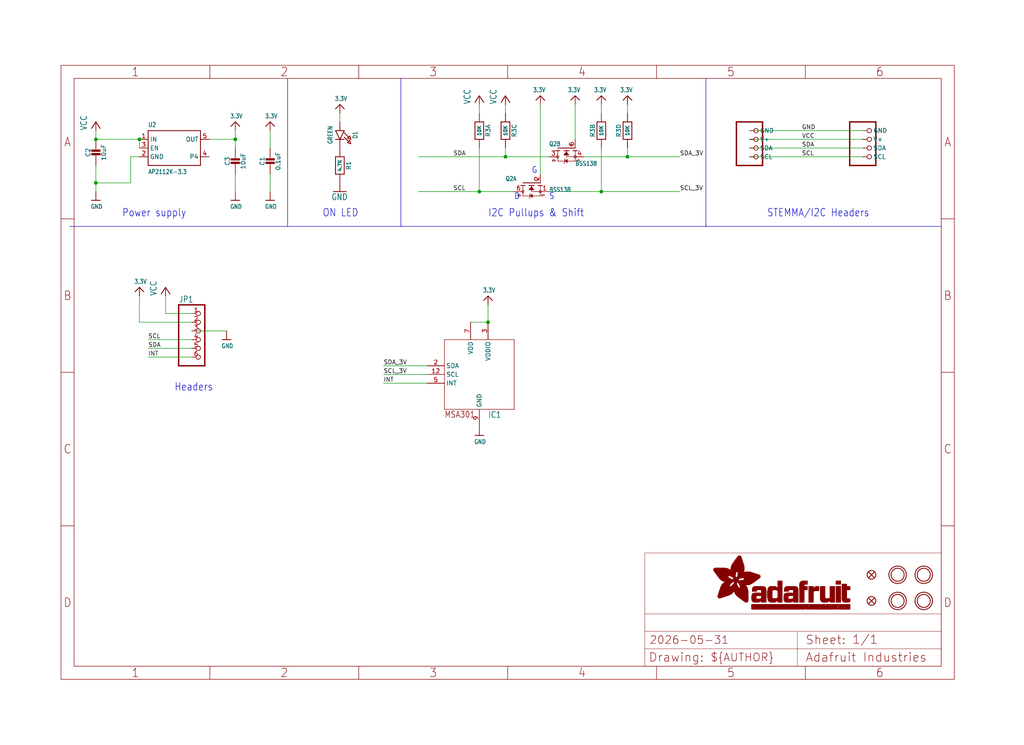
<source format=kicad_sch>
(kicad_sch (version 20230121) (generator eeschema)
  (paper "User" 298.45 217.322)
  (lib_symbols
    (symbol "working-eagle-import:3.3V" (power)
      (property "Value" "3.3V" (at -1.524 1.016 0))
      (symbol "3.3V_1_0"
        (pin power_in line (at 0 -2.54 90) (length 2.54) (name "3.3V") (number "1"))
      )
    )
    (symbol "working-eagle-import:CAP_CERAMIC0603_NO"
      (property "Reference" "C" (at -2.29 1.25 90))
      (symbol "CAP_CERAMIC0603_NO_1_0"
        (pin passive line (at 0 5.08 270) (length 2.54) (name "1") (number "1"))
        (pin passive line (at 0 -2.54 90) (length 2.54) (name "2") (number "2"))
      )
    )
    (symbol "working-eagle-import:CAP_CERAMIC0805-NOOUTLINE"
      (property "Reference" "C" (at -2.29 1.25 90))
      (symbol "CAP_CERAMIC0805-NOOUTLINE_1_0"
        (pin passive line (at 0 5.08 270) (length 2.54) (name "1") (number "1"))
        (pin passive line (at 0 -2.54 90) (length 2.54) (name "2") (number "2"))
      )
    )
    (symbol "working-eagle-import:FIDUCIAL_1MM")
    (symbol "working-eagle-import:FRAME_A4_ADAFRUIT"
      (symbol "FRAME_A4_ADAFRUIT_1_0"
        (text "${#}/${##}" (at 230.505 10.16 0) (effects (font (size 2.54 2.54)) (justify left bottom)))
        (text "${AUTHOR}" (at 189.23 5.08 0) (effects (font (size 2.286 2.286)) (justify left bottom)))
        (text "${CURRENT_DATE}" (at 171.45 10.16 0) (effects (font (size 2.286 2.286)) (justify left bottom)))
        (text "${PROJECTNAME}" (at 171.45 15.24 0) (effects (font (size 2.54 2.54)) (justify left bottom)))
        (text "1" (at 21.6958 1.905 0) (effects (font (size 2.54 2.286))))
        (text "1" (at 21.6958 177.165 0) (effects (font (size 2.54 2.286))))
        (text "2" (at 65.0875 1.905 0) (effects (font (size 2.54 2.286))))
        (text "2" (at 65.0875 177.165 0) (effects (font (size 2.54 2.286))))
        (text "3" (at 108.4792 1.905 0) (effects (font (size 2.54 2.286))))
        (text "3" (at 108.4792 177.165 0) (effects (font (size 2.54 2.286))))
        (text "4" (at 151.8708 1.905 0) (effects (font (size 2.54 2.286))))
        (text "4" (at 151.8708 177.165 0) (effects (font (size 2.54 2.286))))
        (text "5" (at 195.2625 1.905 0) (effects (font (size 2.54 2.286))))
        (text "5" (at 195.2625 177.165 0) (effects (font (size 2.54 2.286))))
        (text "6" (at 238.6542 1.905 0) (effects (font (size 2.54 2.286))))
        (text "6" (at 238.6542 177.165 0) (effects (font (size 2.54 2.286))))
        (text "A" (at 1.905 156.6863 0) (effects (font (size 2.54 2.286))))
        (text "A" (at 258.445 156.6863 0) (effects (font (size 2.54 2.286))))
        (text "Adafruit Industries" (at 216.916 4.953 0) (effects (font (size 2.54 2.54)) (justify left bottom)))
        (text "B" (at 1.905 111.9188 0) (effects (font (size 2.54 2.286))))
        (text "B" (at 258.445 111.9188 0) (effects (font (size 2.54 2.286))))
        (text "C" (at 1.905 67.1513 0) (effects (font (size 2.54 2.286))))
        (text "C" (at 258.445 67.1513 0) (effects (font (size 2.54 2.286))))
        (text "D" (at 1.905 22.3838 0) (effects (font (size 2.54 2.286))))
        (text "D" (at 258.445 22.3838 0) (effects (font (size 2.54 2.286))))
        (text "Drawing:" (at 171.196 4.953 0) (effects (font (size 2.54 2.54)) (justify left bottom)))
        (text "Sheet:" (at 216.916 10.033 0) (effects (font (size 2.54 2.54)) (justify left bottom)))
      )
    )
    (symbol "working-eagle-import:GND" (power)
      (property "Value" "GND" (at -1.524 -2.54 0))
      (symbol "GND_1_0"
        (pin power_in line (at 0 2.54 270) (length 2.54) (name "GND") (number "1"))
      )
    )
    (symbol "working-eagle-import:HEADER-1X670MIL"
      (property "Reference" "JP" (at -6.35 10.795 0))
      (symbol "HEADER-1X670MIL_1_0"
        (pin passive inverted (at -2.54 7.62 0) (length 2.54) (name "1") (number "1"))
        (pin passive inverted (at -2.54 5.08 0) (length 2.54) (name "2") (number "2"))
        (pin passive inverted (at -2.54 2.54 0) (length 2.54) (name "3") (number "3"))
        (pin passive inverted (at -2.54 0 0) (length 2.54) (name "4") (number "4"))
        (pin passive inverted (at -2.54 -2.54 0) (length 2.54) (name "5") (number "5"))
        (pin passive inverted (at -2.54 -5.08 0) (length 2.54) (name "6") (number "6"))
      )
    )
    (symbol "working-eagle-import:LED0603_NOOUTLINE"
      (property "Reference" "D" (at -1.27 4.445 0))
      (symbol "LED0603_NOOUTLINE_1_0"
        (pin passive line (at -5.08 0 0) (length 2.54) (name "A") (number "A"))
        (pin passive line (at 2.54 0 180) (length 2.54) (name "C") (number "C"))
      )
    )
    (symbol "working-eagle-import:MOSFET-N_DUAL"
      (property "Reference" "Q" (at 5.08 0.635 0))
      (symbol "MOSFET-N_DUAL_1_0"
        (text "D" (at 3.175 3.175 0) (effects (font (size 0.8128 0.6908)) (justify left bottom)))
        (text "G" (at -1.27 -1.905 0) (effects (font (size 0.8128 0.6908)) (justify left bottom)))
        (text "S" (at 3.175 -3.81 0) (effects (font (size 0.8128 0.6908)) (justify left bottom)))
        (pin bidirectional line (at 2.54 -5.08 90) (length 2.54) (name "S") (number "1"))
        (pin bidirectional line (at -2.54 -2.54 0) (length 2.54) (name "G") (number "2"))
        (pin bidirectional line (at 2.54 5.08 270) (length 2.54) (name "D") (number "6"))
      )
      (symbol "MOSFET-N_DUAL_2_0"
        (text "D" (at 3.175 3.175 0) (effects (font (size 0.8128 0.6908)) (justify left bottom)))
        (text "G" (at -1.27 -1.905 0) (effects (font (size 0.8128 0.6908)) (justify left bottom)))
        (text "S" (at 3.175 -3.81 0) (effects (font (size 0.8128 0.6908)) (justify left bottom)))
        (pin bidirectional line (at 2.54 5.08 270) (length 2.54) (name "D") (number "3"))
        (pin bidirectional line (at 2.54 -5.08 90) (length 2.54) (name "S") (number "4"))
        (pin bidirectional line (at -2.54 -2.54 0) (length 2.54) (name "G") (number "5"))
      )
    )
    (symbol "working-eagle-import:MOUNTINGHOLE2.5")
    (symbol "working-eagle-import:MSA301"
      (property "Reference" "IC" (at 2.54 -12.7 0))
      (symbol "MSA301_1_0"
        (text "MSA301" (at -10.16 -12.7 0) (effects (font (size 1.778 1.5113)) (justify left bottom)))
        (pin bidirectional line (at -15.24 0 0) (length 5.08) (name "SCL") (number "12"))
        (pin bidirectional line (at -15.24 2.54 0) (length 5.08) (name "SDA") (number "2"))
        (pin power_in line (at 2.54 15.24 270) (length 5.08) (name "VDDIO") (number "3"))
        (pin output line (at -15.24 -2.54 0) (length 5.08) (name "INT") (number "5"))
        (pin power_in line (at -2.54 15.24 270) (length 5.08) (name "VDD") (number "7"))
        (pin power_in line (at 0 -15.24 90) (length 5.08) (name "GND") (number "9"))
      )
    )
    (symbol "working-eagle-import:RESISTOR_0603_NOOUT"
      (property "Reference" "R" (at 0 2.54 0))
      (symbol "RESISTOR_0603_NOOUT_1_0"
        (pin passive line (at -5.08 0 0) (length 2.54) (name "1") (number "1"))
        (pin passive line (at 5.08 0 180) (length 2.54) (name "2") (number "2"))
      )
    )
    (symbol "working-eagle-import:RESISTOR_4PACK"
      (property "Reference" "R" (at 0 2.54 0))
      (symbol "RESISTOR_4PACK_1_0"
        (pin passive line (at -5.08 0 0) (length 2.54) (name "1") (number "1"))
        (pin passive line (at 5.08 0 180) (length 2.54) (name "2") (number "8"))
      )
      (symbol "RESISTOR_4PACK_2_0"
        (pin passive line (at -5.08 0 0) (length 2.54) (name "1") (number "2"))
        (pin passive line (at 5.08 0 180) (length 2.54) (name "2") (number "7"))
      )
      (symbol "RESISTOR_4PACK_3_0"
        (pin passive line (at -5.08 0 0) (length 2.54) (name "1") (number "3"))
        (pin passive line (at 5.08 0 180) (length 2.54) (name "2") (number "6"))
      )
      (symbol "RESISTOR_4PACK_4_0"
        (pin passive line (at -5.08 0 0) (length 2.54) (name "1") (number "4"))
        (pin passive line (at 5.08 0 180) (length 2.54) (name "2") (number "5"))
      )
    )
    (symbol "working-eagle-import:STEMMA_I2C_QT"
      (symbol "STEMMA_I2C_QT_1_0"
        (pin passive inverted (at 0 5.08 0) (length 2.54) (name "GND") (number "1"))
        (pin passive inverted (at 0 2.54 0) (length 2.54) (name "V+") (number "2"))
        (pin passive inverted (at 0 0 0) (length 2.54) (name "SDA") (number "3"))
        (pin passive inverted (at 0 -2.54 0) (length 2.54) (name "SCL") (number "4"))
      )
      (symbol "STEMMA_I2C_QT_2_0"
        (pin bidirectional line (at 0 0 0) (length 5.08) (name "MT") (number "MT1"))
      )
      (symbol "STEMMA_I2C_QT_3_0"
        (pin bidirectional line (at 0 0 0) (length 5.08) (name "MT") (number "MT2"))
      )
    )
    (symbol "working-eagle-import:VCC" (power)
      (property "Value" "VCC" (at -2.54 -2.54 90))
      (symbol "VCC_1_0"
        (pin power_in line (at 0 -2.54 90) (length 2.54) (name "VCC") (number "1"))
      )
    )
    (symbol "working-eagle-import:VREG_SOT23-5"
      (property "Reference" "U" (at -7.62 6.096 0))
      (symbol "VREG_SOT23-5_1_0"
        (pin power_in line (at -10.16 2.54 0) (length 2.54) (name "IN") (number "1"))
        (pin power_in line (at -10.16 -2.54 0) (length 2.54) (name "GND") (number "2"))
        (pin input line (at -10.16 0 0) (length 2.54) (name "EN") (number "3"))
        (pin bidirectional line (at 10.16 -2.54 180) (length 2.54) (name "P4") (number "4"))
        (pin power_in line (at 10.16 2.54 180) (length 2.54) (name "OUT") (number "5"))
      )
    )
    (symbol "working-eagle-import:supply1_GND" (power)
      (property "Value" "supply1_GND" (at -2.54 -2.54 0))
      (symbol "supply1_GND_1_0"
        (pin power_in line (at 0 2.54 270) (length 2.54) (name "GND") (number "1"))
      )
    )
  )
  (junction (at 27.94 53.34))
  (junction (at 27.94 40.64))
  (junction (at 142.24 93.98))
  (junction (at 182.88 45.72))
  (junction (at 40.64 40.64))
  (junction (at 147.32 45.72))
  (junction (at 175.26 55.88))
  (junction (at 68.58 40.64))
  (junction (at 139.7 55.88))
  (wire (pts (xy 124.46 106.68) (xy 111.76 106.68)) (stroke (width 0.1524)))
  (wire (pts (xy 218.44 40.64) (xy 251.46 40.64)) (stroke (width 0.1524)))
  (wire (pts (xy 68.58 50.8) (xy 68.58 55.88)) (stroke (width 0.1524)))
  (wire (pts (xy 147.32 43.18) (xy 147.32 45.72)) (stroke (width 0.1524)))
  (wire (pts (xy 68.58 40.64) (xy 68.58 38.1)) (stroke (width 0.1524)))
  (wire (pts (xy 139.7 43.18) (xy 139.7 55.88)) (stroke (width 0.1524)))
  (wire (pts (xy 40.64 43.18) (xy 40.64 40.64)) (stroke (width 0.1524)))
  (wire (pts (xy 55.88 101.6) (xy 43.18 101.6)) (stroke (width 0.1524)))
  (wire (pts (xy 157.48 50.8) (xy 157.48 30.48)) (stroke (width 0.1524)))
  (wire (pts (xy 55.88 96.52) (xy 66.04 96.52)) (stroke (width 0.1524)))
  (wire (pts (xy 55.88 91.44) (xy 48.26 91.44)) (stroke (width 0.1524)))
  (wire (pts (xy 139.7 55.88) (xy 121.92 55.88)) (stroke (width 0.1524)))
  (wire (pts (xy 48.26 91.44) (xy 48.26 86.36)) (stroke (width 0.1524)))
  (wire (pts (xy 27.94 53.34) (xy 27.94 55.88)) (stroke (width 0.1524)))
  (wire (pts (xy 142.24 93.98) (xy 142.24 88.9)) (stroke (width 0.1524)))
  (wire (pts (xy 218.44 45.72) (xy 251.46 45.72)) (stroke (width 0.1524)))
  (polyline (pts (xy 116.84 22.86) (xy 116.84 66.04)) (stroke (width 0.1524) (type solid)))
  (wire (pts (xy 160.02 45.72) (xy 147.32 45.72)) (stroke (width 0.1524)))
  (wire (pts (xy 167.64 40.64) (xy 167.64 30.48)) (stroke (width 0.1524)))
  (wire (pts (xy 40.64 40.64) (xy 27.94 40.64)) (stroke (width 0.1524)))
  (wire (pts (xy 40.64 93.98) (xy 40.64 86.36)) (stroke (width 0.1524)))
  (wire (pts (xy 147.32 45.72) (xy 121.92 45.72)) (stroke (width 0.1524)))
  (wire (pts (xy 182.88 43.18) (xy 182.88 45.72)) (stroke (width 0.1524)))
  (wire (pts (xy 55.88 104.14) (xy 43.18 104.14)) (stroke (width 0.1524)))
  (wire (pts (xy 175.26 43.18) (xy 175.26 55.88)) (stroke (width 0.1524)))
  (wire (pts (xy 27.94 53.34) (xy 27.94 48.26)) (stroke (width 0.1524)))
  (wire (pts (xy 38.1 45.72) (xy 38.1 53.34)) (stroke (width 0.1524)))
  (wire (pts (xy 182.88 33.02) (xy 182.88 30.48)) (stroke (width 0.1524)))
  (wire (pts (xy 175.26 55.88) (xy 198.12 55.88)) (stroke (width 0.1524)))
  (wire (pts (xy 55.88 93.98) (xy 40.64 93.98)) (stroke (width 0.1524)))
  (wire (pts (xy 139.7 30.48) (xy 139.7 33.02)) (stroke (width 0.1524)))
  (polyline (pts (xy 83.82 22.86) (xy 83.82 66.04)) (stroke (width 0.1524) (type solid)))
  (wire (pts (xy 78.74 38.1) (xy 78.74 43.18)) (stroke (width 0.1524)))
  (wire (pts (xy 251.46 38.1) (xy 218.44 38.1)) (stroke (width 0.1524)))
  (wire (pts (xy 40.64 45.72) (xy 38.1 45.72)) (stroke (width 0.1524)))
  (wire (pts (xy 137.16 93.98) (xy 142.24 93.98)) (stroke (width 0.1524)))
  (wire (pts (xy 175.26 33.02) (xy 175.26 30.48)) (stroke (width 0.1524)))
  (polyline (pts (xy 205.74 66.04) (xy 274.32 66.04)) (stroke (width 0.1524) (type solid)))
  (polyline (pts (xy 83.82 66.04) (xy 116.84 66.04)) (stroke (width 0.1524) (type solid)))
  (wire (pts (xy 60.96 40.64) (xy 68.58 40.64)) (stroke (width 0.1524)))
  (polyline (pts (xy 205.74 22.86) (xy 205.74 66.04)) (stroke (width 0.1524) (type solid)))
  (wire (pts (xy 68.58 40.64) (xy 68.58 43.18)) (stroke (width 0.1524)))
  (wire (pts (xy 149.86 55.88) (xy 139.7 55.88)) (stroke (width 0.1524)))
  (wire (pts (xy 147.32 33.02) (xy 147.32 30.48)) (stroke (width 0.1524)))
  (wire (pts (xy 111.76 109.22) (xy 124.46 109.22)) (stroke (width 0.1524)))
  (wire (pts (xy 160.02 55.88) (xy 175.26 55.88)) (stroke (width 0.1524)))
  (wire (pts (xy 38.1 53.34) (xy 27.94 53.34)) (stroke (width 0.1524)))
  (wire (pts (xy 251.46 43.18) (xy 218.44 43.18)) (stroke (width 0.1524)))
  (polyline (pts (xy 20.32 66.04) (xy 83.82 66.04)) (stroke (width 0.1524) (type solid)))
  (wire (pts (xy 55.88 99.06) (xy 43.18 99.06)) (stroke (width 0.1524)))
  (wire (pts (xy 170.18 45.72) (xy 182.88 45.72)) (stroke (width 0.1524)))
  (wire (pts (xy 78.74 50.8) (xy 78.74 55.88)) (stroke (width 0.1524)))
  (wire (pts (xy 124.46 111.76) (xy 111.76 111.76)) (stroke (width 0.1524)))
  (wire (pts (xy 182.88 45.72) (xy 198.12 45.72)) (stroke (width 0.1524)))
  (wire (pts (xy 27.94 38.1) (xy 27.94 40.64)) (stroke (width 0.1524)))
  (polyline (pts (xy 116.84 66.04) (xy 205.74 66.04)) (stroke (width 0.1524) (type solid)))
  (wire (pts (xy 99.06 35.56) (xy 99.06 33.02)) (stroke (width 0.1524)))
  (text "Headers" (at 50.8 114.3 0) (effects (font (size 2.1844 1.8567)) (justify left bottom)))
  (text "STEMMA/I2C Headers" (at 223.52 63.5 0) (effects (font (size 2.1844 1.8567)) (justify left bottom)))
  (text "ON LED" (at 93.98 63.5 0) (effects (font (size 2.1844 1.8567)) (justify left bottom)))
  (text "Power supply" (at 35.56 63.5 0) (effects (font (size 2.1844 1.8567)) (justify left bottom)))
  (text "G" (at 154.94 50.8 0) (effects (font (size 1.778 1.5113)) (justify left bottom)))
  (text "S" (at 160.02 58.42 0) (effects (font (size 1.778 1.5113)) (justify left bottom)))
  (text "I2C Pullups & Shift" (at 142.24 63.5 0) (effects (font (size 2.1844 1.8567)) (justify left bottom)))
  (text "D" (at 149.86 58.42 0) (effects (font (size 1.778 1.5113)) (justify left bottom)))
  (label "VCC" (at 233.68 40.64 0) (effects (font (size 1.2446 1.2446))))
  (label "GND" (at 233.68 38.1 0) (effects (font (size 1.2446 1.2446))))
  (label "SCL" (at 43.18 99.06 0) (effects (font (size 1.2446 1.2446))))
  (label "SDA" (at 43.18 101.6 0) (effects (font (size 1.2446 1.2446))))
  (label "SDA_3V" (at 111.76 106.68 0) (effects (font (size 1.2446 1.2446))))
  (label "INT" (at 43.18 104.14 0) (effects (font (size 1.2446 1.2446))))
  (label "SDA" (at 233.68 43.18 0) (effects (font (size 1.2446 1.2446))))
  (label "SDA_3V" (at 198.12 45.72 0) (effects (font (size 1.2446 1.2446))))
  (label "SCL" (at 132.08 55.88 0) (effects (font (size 1.2446 1.2446))))
  (label "SCL_3V" (at 111.76 109.22 0) (effects (font (size 1.2446 1.2446))))
  (label "SCL_3V" (at 198.12 55.88 0) (effects (font (size 1.2446 1.2446))))
  (label "SCL" (at 233.68 45.72 0) (effects (font (size 1.2446 1.2446))))
  (label "INT" (at 111.76 111.76 0) (effects (font (size 1.2446 1.2446))))
  (label "SDA" (at 132.08 45.72 0) (effects (font (size 1.2446 1.2446))))
  (symbol (lib_id "working-eagle-import:3.3V") (at 157.48 27.94 0) (mirror y) (unit 1)
    (property "Reference" "#U$26" (effects hide))
    (property "Value" "3.3V" (at 159.004 26.924 0) (effects (font (size 1.27 1.0795)) (justify left bottom)))
  )
  (symbol (lib_id "working-eagle-import:MOUNTINGHOLE2.5") (at 269.24 175.26 0) (unit 1)
    (property "Reference" "U$21" (effects hide))
    (property "Value" "MOUNTINGHOLE2.5" (effects hide))
    (property "Footprint" "working:MOUNTINGHOLE_2.5_PLATED" (effects hide))
  )
  (symbol (lib_id "working-eagle-import:CAP_CERAMIC0603_NO") (at 78.74 48.26 0) (unit 1)
    (property "Reference" "C1" (at 76.45 47.01 90))
    (property "Value" "0.1uF" (at 81.04 47.01 90))
    (property "Footprint" "working:0603-NO" (effects hide))
  )
  (symbol (lib_id "working-eagle-import:3.3V") (at 182.88 27.94 0) (mirror y) (unit 1)
    (property "Reference" "#U$7" (effects hide))
    (property "Value" "3.3V" (at 184.404 26.924 0) (effects (font (size 1.27 1.0795)) (justify left bottom)))
  )
  (symbol (lib_id "working-eagle-import:3.3V") (at 175.26 27.94 0) (mirror y) (unit 1)
    (property "Reference" "#U$24" (effects hide))
    (property "Value" "3.3V" (at 176.784 26.924 0) (effects (font (size 1.27 1.0795)) (justify left bottom)))
  )
  (symbol (lib_id "working-eagle-import:RESISTOR_4PACK") (at 175.26 38.1 90) (mirror x) (unit 2)
    (property "Reference" "R3" (at 172.72 38.1 0))
    (property "Value" "10K" (at 175.26 38.1 0) (effects (font (size 1.016 1.016) bold)))
    (property "Footprint" "working:RESPACK_4X0603" (effects hide))
  )
  (symbol (lib_id "working-eagle-import:MOUNTINGHOLE2.5") (at 261.62 167.64 0) (unit 1)
    (property "Reference" "U$17" (effects hide))
    (property "Value" "MOUNTINGHOLE2.5" (effects hide))
    (property "Footprint" "working:MOUNTINGHOLE_2.5_PLATED" (effects hide))
  )
  (symbol (lib_id "working-eagle-import:FIDUCIAL_1MM") (at 254 175.26 0) (unit 1)
    (property "Reference" "FID3" (effects hide))
    (property "Value" "FIDUCIAL_1MM" (effects hide))
    (property "Footprint" "working:FIDUCIAL_1MM" (effects hide))
  )
  (symbol (lib_id "working-eagle-import:GND") (at 68.58 58.42 0) (unit 1)
    (property "Reference" "#U$5" (effects hide))
    (property "Value" "GND" (at 67.056 60.96 0) (effects (font (size 1.27 1.0795)) (justify left bottom)))
  )
  (symbol (lib_id "working-eagle-import:RESISTOR_0603_NOOUT") (at 99.06 48.26 270) (unit 1)
    (property "Reference" "R1" (at 101.6 48.26 0))
    (property "Value" "4.7K" (at 99.06 48.26 0) (effects (font (size 1.016 1.016) bold)))
    (property "Footprint" "working:0603-NO" (effects hide))
  )
  (symbol (lib_id "working-eagle-import:3.3V") (at 68.58 35.56 0) (unit 1)
    (property "Reference" "#U$15" (effects hide))
    (property "Value" "3.3V" (at 67.056 34.544 0) (effects (font (size 1.27 1.0795)) (justify left bottom)))
  )
  (symbol (lib_id "working-eagle-import:3.3V") (at 142.24 86.36 0) (unit 1)
    (property "Reference" "#U$2" (effects hide))
    (property "Value" "3.3V" (at 140.716 85.344 0) (effects (font (size 1.27 1.0795)) (justify left bottom)))
  )
  (symbol (lib_id "working-eagle-import:GND") (at 139.7 127 0) (unit 1)
    (property "Reference" "#U$11" (effects hide))
    (property "Value" "GND" (at 138.176 129.54 0) (effects (font (size 1.27 1.0795)) (justify left bottom)))
  )
  (symbol (lib_id "working-eagle-import:LED0603_NOOUTLINE") (at 99.06 40.64 270) (unit 1)
    (property "Reference" "D1" (at 103.505 39.37 0) (effects (font (size 1.27 1.0795))))
    (property "Value" "GREEN" (at 96.266 39.37 0) (effects (font (size 1.27 1.0795))))
    (property "Footprint" "working:CHIPLED_0603_NOOUTLINE" (effects hide))
  )
  (symbol (lib_id "working-eagle-import:3.3V") (at 167.64 27.94 0) (mirror y) (unit 1)
    (property "Reference" "#U$23" (effects hide))
    (property "Value" "3.3V" (at 169.164 26.924 0) (effects (font (size 1.27 1.0795)) (justify left bottom)))
  )
  (symbol (lib_id "working-eagle-import:3.3V") (at 99.06 30.48 0) (unit 1)
    (property "Reference" "#U$3" (effects hide))
    (property "Value" "3.3V" (at 97.536 29.464 0) (effects (font (size 1.27 1.0795)) (justify left bottom)))
  )
  (symbol (lib_id "working-eagle-import:3.3V") (at 78.74 35.56 0) (unit 1)
    (property "Reference" "#U$14" (effects hide))
    (property "Value" "3.3V" (at 77.216 34.544 0) (effects (font (size 1.27 1.0795)) (justify left bottom)))
  )
  (symbol (lib_id "working-eagle-import:supply1_GND") (at 99.06 55.88 0) (unit 1)
    (property "Reference" "#GND6" (effects hide))
    (property "Value" "GND" (at 96.52 58.42 0) (effects (font (size 1.778 1.5113)) (justify left bottom)))
  )
  (symbol (lib_id "working-eagle-import:3.3V") (at 40.64 83.82 0) (unit 1)
    (property "Reference" "#U$16" (effects hide))
    (property "Value" "3.3V" (at 39.116 82.804 0) (effects (font (size 1.27 1.0795)) (justify left bottom)))
  )
  (symbol (lib_id "working-eagle-import:VCC") (at 139.7 27.94 0) (unit 1)
    (property "Reference" "#P+1" (effects hide))
    (property "Value" "VCC" (at 137.16 30.48 90) (effects (font (size 1.778 1.5113)) (justify left bottom)))
  )
  (symbol (lib_id "working-eagle-import:VREG_SOT23-5") (at 50.8 43.18 0) (unit 1)
    (property "Reference" "U2" (at 43.18 37.084 0) (effects (font (size 1.27 1.0795)) (justify left bottom)))
    (property "Value" "AP2112K-3.3" (at 43.18 50.8 0) (effects (font (size 1.27 1.0795)) (justify left bottom)))
    (property "Footprint" "working:SOT23-5" (effects hide))
  )
  (symbol (lib_id "working-eagle-import:RESISTOR_4PACK") (at 147.32 38.1 270) (unit 3)
    (property "Reference" "R3" (at 149.86 38.1 0))
    (property "Value" "10K" (at 147.32 38.1 0) (effects (font (size 1.016 1.016) bold)))
    (property "Footprint" "working:RESPACK_4X0603" (effects hide))
  )
  (symbol (lib_id "working-eagle-import:RESISTOR_4PACK") (at 139.7 38.1 270) (unit 1)
    (property "Reference" "R3" (at 142.24 38.1 0))
    (property "Value" "10K" (at 139.7 38.1 0) (effects (font (size 1.016 1.016) bold)))
    (property "Footprint" "working:RESPACK_4X0603" (effects hide))
  )
  (symbol (lib_id "working-eagle-import:CAP_CERAMIC0805-NOOUTLINE") (at 68.58 48.26 0) (unit 1)
    (property "Reference" "C3" (at 66.29 47.01 90))
    (property "Value" "10uF" (at 70.88 47.01 90))
    (property "Footprint" "working:0805-NO" (effects hide))
  )
  (symbol (lib_id "working-eagle-import:VCC") (at 147.32 27.94 0) (unit 1)
    (property "Reference" "#P+2" (effects hide))
    (property "Value" "VCC" (at 144.78 30.48 90) (effects (font (size 1.778 1.5113)) (justify left bottom)))
  )
  (symbol (lib_id "working-eagle-import:MSA301") (at 139.7 109.22 0) (unit 1)
    (property "Reference" "IC1" (at 142.24 121.92 0) (effects (font (size 1.778 1.5113)) (justify left bottom)))
    (property "Value" "MSA301" (effects hide))
    (property "Footprint" "working:LGA12_2X2MM" (effects hide))
  )
  (symbol (lib_id "working-eagle-import:MOSFET-N_DUAL") (at 154.94 53.34 90) (mirror x) (unit 1)
    (property "Reference" "Q2" (at 147.32 51.435 90) (effects (font (size 1.27 1.0795)) (justify right top)))
    (property "Value" "BSS138" (at 160.02 54.61 90) (effects (font (size 1.27 1.0795)) (justify right top)))
    (property "Footprint" "working:SOT363" (effects hide))
  )
  (symbol (lib_id "working-eagle-import:MOUNTINGHOLE2.5") (at 261.62 175.26 0) (unit 1)
    (property "Reference" "U$1" (effects hide))
    (property "Value" "MOUNTINGHOLE2.5" (effects hide))
    (property "Footprint" "working:MOUNTINGHOLE_2.5_PLATED" (effects hide))
  )
  (symbol (lib_id "working-eagle-import:FIDUCIAL_1MM") (at 254 167.64 0) (unit 1)
    (property "Reference" "FID4" (effects hide))
    (property "Value" "FIDUCIAL_1MM" (effects hide))
    (property "Footprint" "working:FIDUCIAL_1MM" (effects hide))
  )
  (symbol (lib_id "working-eagle-import:CAP_CERAMIC0805-NOOUTLINE") (at 27.94 45.72 0) (unit 1)
    (property "Reference" "C2" (at 25.65 44.47 90))
    (property "Value" "10uF" (at 30.24 44.47 90))
    (property "Footprint" "working:0805-NO" (effects hide))
  )
  (symbol (lib_id "working-eagle-import:STEMMA_I2C_QT") (at 251.46 43.18 0) (unit 1)
    (property "Reference" "CONN4" (effects hide))
    (property "Value" "STEMMA_I2C_QT" (effects hide))
    (property "Footprint" "working:JST_SH4" (effects hide))
  )
  (symbol (lib_id "working-eagle-import:GND") (at 66.04 99.06 0) (unit 1)
    (property "Reference" "#U$10" (effects hide))
    (property "Value" "GND" (at 64.516 101.6 0) (effects (font (size 1.27 1.0795)) (justify left bottom)))
  )
  (symbol (lib_id "working-eagle-import:MOUNTINGHOLE2.5") (at 269.24 167.64 0) (unit 1)
    (property "Reference" "U$19" (effects hide))
    (property "Value" "MOUNTINGHOLE2.5" (effects hide))
    (property "Footprint" "working:MOUNTINGHOLE_2.5_PLATED" (effects hide))
  )
  (symbol (lib_id "working-eagle-import:STEMMA_I2C_QT") (at 218.44 43.18 0) (unit 1)
    (property "Reference" "CONN3" (effects hide))
    (property "Value" "STEMMA_I2C_QT" (effects hide))
    (property "Footprint" "working:JST_SH4" (effects hide))
  )
  (symbol (lib_id "working-eagle-import:HEADER-1X670MIL") (at 58.42 99.06 0) (unit 1)
    (property "Reference" "JP1" (at 52.07 88.265 0) (effects (font (size 1.778 1.5113)) (justify left bottom)))
    (property "Value" "HEADER-1X670MIL" (effects hide))
    (property "Footprint" "working:1X06_ROUND_70" (effects hide))
  )
  (symbol (lib_id "working-eagle-import:MOSFET-N_DUAL") (at 165.1 43.18 90) (mirror x) (unit 2)
    (property "Reference" "Q2" (at 160.02 41.275 90) (effects (font (size 1.27 1.0795)) (justify right top)))
    (property "Value" "BSS138" (at 167.64 46.99 90) (effects (font (size 1.27 1.0795)) (justify right top)))
    (property "Footprint" "working:SOT363" (effects hide))
  )
  (symbol (lib_id "working-eagle-import:RESISTOR_4PACK") (at 182.88 38.1 90) (mirror x) (unit 4)
    (property "Reference" "R3" (at 180.34 38.1 0))
    (property "Value" "10K" (at 182.88 38.1 0) (effects (font (size 1.016 1.016) bold)))
    (property "Footprint" "working:RESPACK_4X0603" (effects hide))
  )
  (symbol (lib_id "working-eagle-import:VCC") (at 27.94 35.56 0) (unit 1)
    (property "Reference" "#P+3" (effects hide))
    (property "Value" "VCC" (at 25.4 38.1 90) (effects (font (size 1.778 1.5113)) (justify left bottom)))
  )
  (symbol (lib_id "working-eagle-import:VCC") (at 48.26 83.82 0) (unit 1)
    (property "Reference" "#P+4" (effects hide))
    (property "Value" "VCC" (at 45.72 86.36 90) (effects (font (size 1.778 1.5113)) (justify left bottom)))
  )
  (symbol (lib_id "working-eagle-import:FRAME_A4_ADAFRUIT") (at 17.78 198.12 0) (unit 1)
    (property "Reference" "#U$18" (effects hide))
    (property "Value" "FRAME_A4_ADAFRUIT" (effects hide))
  )
  (symbol (lib_id "working-eagle-import:GND") (at 78.74 58.42 0) (unit 1)
    (property "Reference" "#U$6" (effects hide))
    (property "Value" "GND" (at 77.216 60.96 0) (effects (font (size 1.27 1.0795)) (justify left bottom)))
  )
  (symbol (lib_id "working-eagle-import:GND") (at 27.94 58.42 0) (unit 1)
    (property "Reference" "#U$13" (effects hide))
    (property "Value" "GND" (at 26.416 60.96 0) (effects (font (size 1.27 1.0795)) (justify left bottom)))
  )
)
</source>
